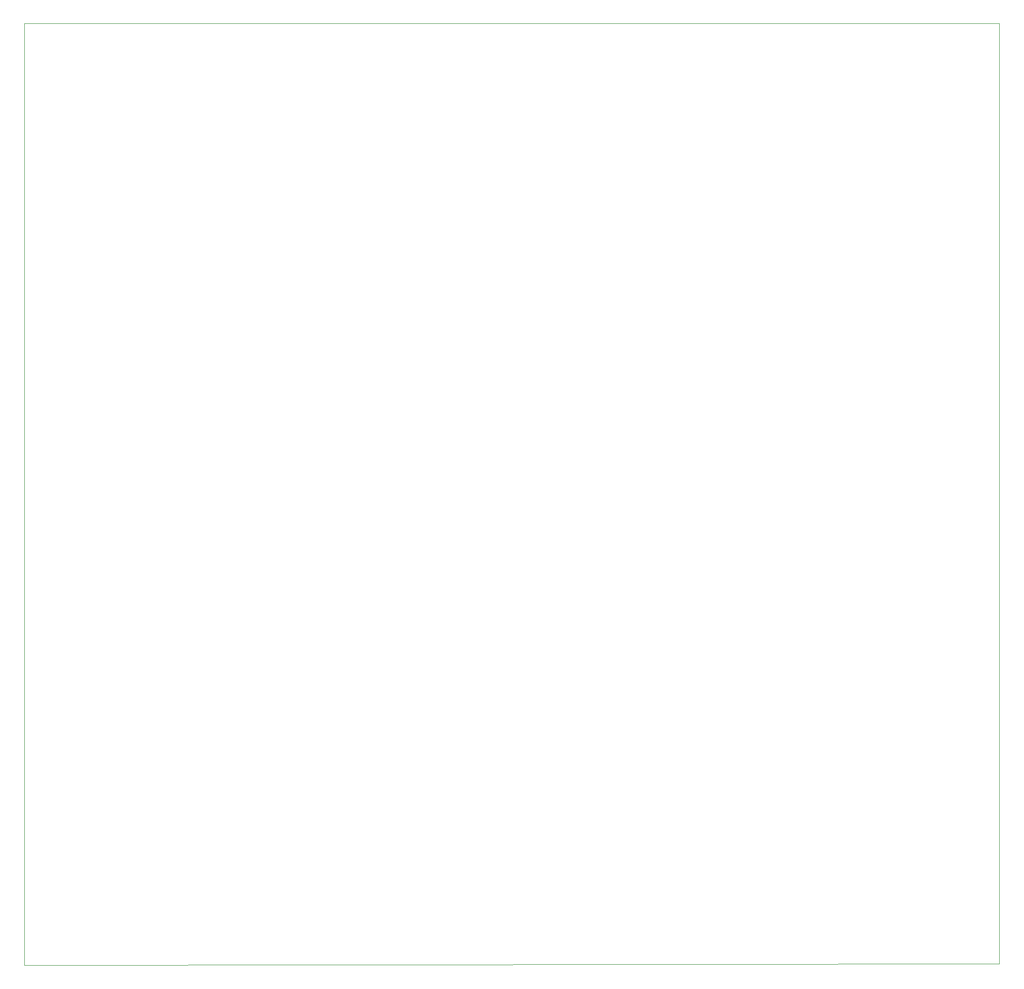
<source format=gbr>
%TF.GenerationSoftware,KiCad,Pcbnew,(6.0.2)*%
%TF.CreationDate,2022-03-01T14:49:17-05:00*%
%TF.ProjectId,SeniorDesign_FinalPCB_dal_power_complete,53656e69-6f72-4446-9573-69676e5f4669,rev?*%
%TF.SameCoordinates,Original*%
%TF.FileFunction,Profile,NP*%
%FSLAX46Y46*%
G04 Gerber Fmt 4.6, Leading zero omitted, Abs format (unit mm)*
G04 Created by KiCad (PCBNEW (6.0.2)) date 2022-03-01 14:49:17*
%MOMM*%
%LPD*%
G01*
G04 APERTURE LIST*
%TA.AperFunction,Profile*%
%ADD10C,0.050000*%
%TD*%
G04 APERTURE END LIST*
D10*
X383286000Y-19812000D02*
X474980000Y-19812000D01*
X301752000Y-187198000D02*
X474980000Y-186944000D01*
X321818000Y-19812000D02*
X362458000Y-19812000D01*
X362458000Y-19812000D02*
X383286000Y-19812000D01*
X301752000Y-26416000D02*
X301752000Y-19812000D01*
X474980000Y-186944000D02*
X474980000Y-19812000D01*
X301752000Y-26416000D02*
X301752000Y-184912000D01*
X301752000Y-187198000D02*
X301752000Y-184912000D01*
X301752000Y-19812000D02*
X321818000Y-19812000D01*
M02*

</source>
